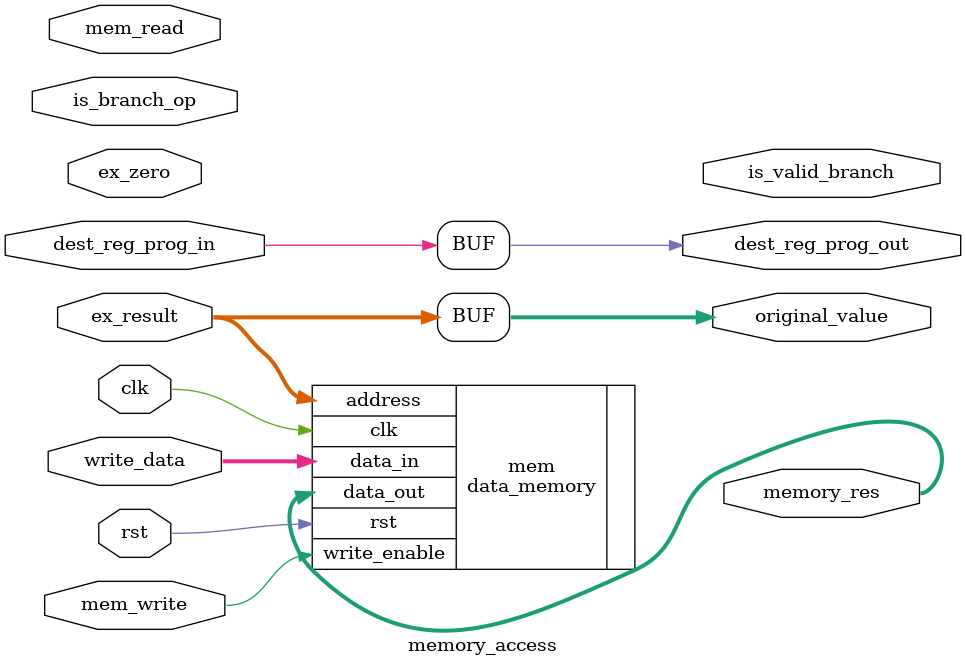
<source format=v>
module memory_access(

    input clk,rst,

    // INPUT

    input [31:0]    ex_result,
    input           ex_zero,
    input           is_branch_op,
    input           mem_write,
    input           mem_read,

    input [31:0]    write_data,

    input           dest_reg_prog_in,

    // OUTPUT

    output           is_valid_branch,
    output           dest_reg_prog_out,

    output [31:0]    memory_res,original_value

);

assign dest_reg_prog_out = dest_reg_prog_in;
assign original_value = ex_result;

// Logging for memory operations
always @(posedge clk) begin
    if (mem_write) begin
        $display("Memory Write: Address = %h, Data = %h", ex_result, write_data);
    end
    if (mem_read) begin
        $display("Memory Read: Address = %h, Data = %h", ex_result, memory_res);
    end
end

// TODO: propagate content of 2nd register to use in store operations

data_memory mem(

    .clk(clk),
    .rst(rst),

    .address(ex_result),
    .data_out(memory_res),

    .data_in(write_data),
    .write_enable(mem_write)

);

endmodule
</source>
